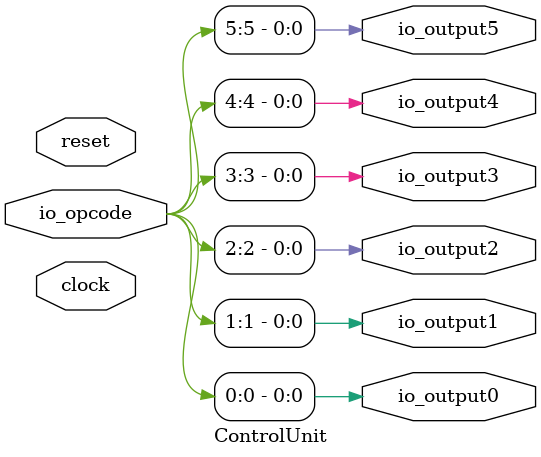
<source format=v>
module ControlUnit(
  input        clock,
  input        reset,
  input  [5:0] io_opcode,
  output       io_output0,
  output       io_output1,
  output       io_output2,
  output       io_output3,
  output       io_output4,
  output       io_output5
);
  assign io_output0 = io_opcode[0]; // @[ControlUnit.scala 17:16 ControlUnit.scala 19:16]
  assign io_output1 = io_opcode[1]; // @[ControlUnit.scala 22:16 ControlUnit.scala 24:16]
  assign io_output2 = io_opcode[2]; // @[ControlUnit.scala 27:16 ControlUnit.scala 29:16]
  assign io_output3 = io_opcode[3]; // @[ControlUnit.scala 32:16 ControlUnit.scala 34:16]
  assign io_output4 = io_opcode[4]; // @[ControlUnit.scala 37:16 ControlUnit.scala 39:16]
  assign io_output5 = io_opcode[5]; // @[ControlUnit.scala 42:16 ControlUnit.scala 44:16]
endmodule

</source>
